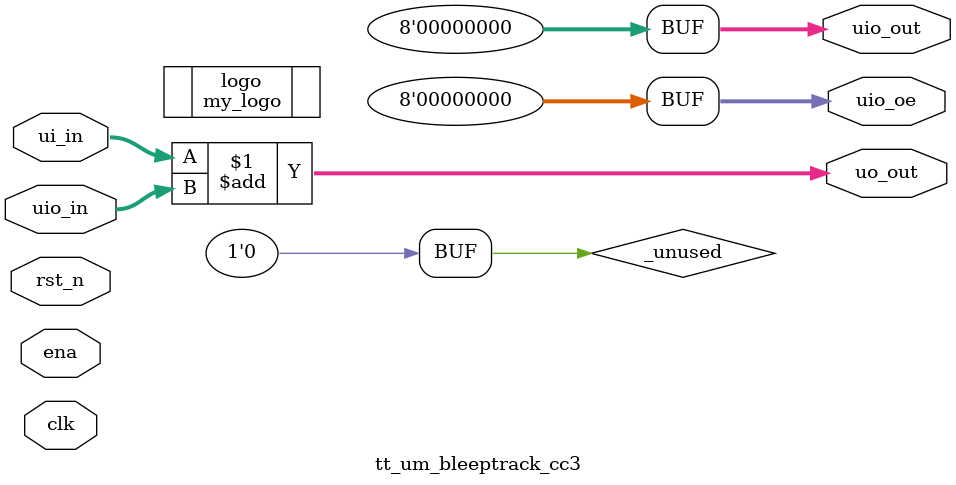
<source format=v>
/*
 * Copyright (c) 2024 Your Name
 * SPDX-License-Identifier: Apache-2.0
 */

`default_nettype none

(* blackbox *) (* keep *)
module my_logo ();
endmodule

module tt_um_bleeptrack_cc3 (
    input  wire [7:0] ui_in,    // Dedicated inputs
    output wire [7:0] uo_out,   // Dedicated outputs
    input  wire [7:0] uio_in,   // IOs: Input path
    output wire [7:0] uio_out,  // IOs: Output path
    output wire [7:0] uio_oe,   // IOs: Enable path (active high: 0=input, 1=output)
    input  wire       ena,      // always 1 when the design is powered, so you can ignore it
    input  wire       clk,      // clock
    input  wire       rst_n     // reset_n - low to reset
);

  (* keep *)
  my_logo logo();

  // All output pins must be assigned. If not used, assign to 0.
  assign uo_out  = ui_in + uio_in;  // Example: ou_out is the sum of ui_in and uio_in
  assign uio_out = 0;
  assign uio_oe  = 0;

  // List all unused inputs to prevent warnings
  wire _unused = &{ena, clk, rst_n, 1'b0};

endmodule

</source>
